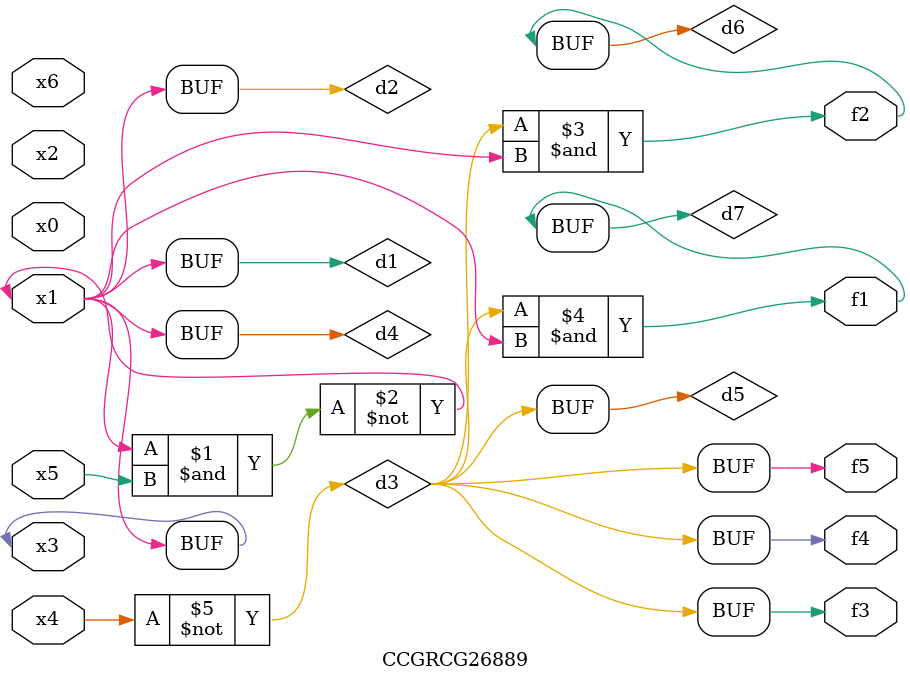
<source format=v>
module CCGRCG26889(
	input x0, x1, x2, x3, x4, x5, x6,
	output f1, f2, f3, f4, f5
);

	wire d1, d2, d3, d4, d5, d6, d7;

	buf (d1, x1, x3);
	nand (d2, x1, x5);
	not (d3, x4);
	buf (d4, d1, d2);
	buf (d5, d3);
	and (d6, d3, d4);
	and (d7, d3, d4);
	assign f1 = d7;
	assign f2 = d6;
	assign f3 = d5;
	assign f4 = d5;
	assign f5 = d5;
endmodule

</source>
